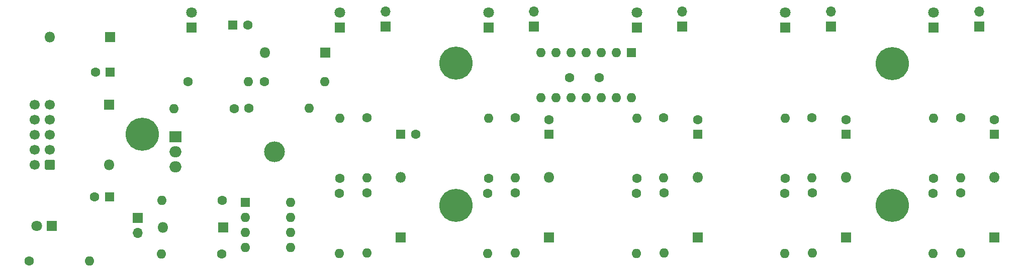
<source format=gbr>
%TF.GenerationSoftware,KiCad,Pcbnew,(5.1.7)-1*%
%TF.CreationDate,2021-12-31T12:29:52+00:00*%
%TF.ProjectId,PCB-MIDI-THRU,5043422d-4d49-4444-992d-544852552e6b,rev?*%
%TF.SameCoordinates,Original*%
%TF.FileFunction,Soldermask,Bot*%
%TF.FilePolarity,Negative*%
%FSLAX46Y46*%
G04 Gerber Fmt 4.6, Leading zero omitted, Abs format (unit mm)*
G04 Created by KiCad (PCBNEW (5.1.7)-1) date 2021-12-31 12:29:52*
%MOMM*%
%LPD*%
G01*
G04 APERTURE LIST*
%ADD10C,5.600000*%
%ADD11C,1.600000*%
%ADD12O,1.600000X1.600000*%
%ADD13R,1.600000X1.600000*%
%ADD14O,2.000000X1.905000*%
%ADD15R,2.000000X1.905000*%
%ADD16O,3.500000X3.500000*%
%ADD17O,1.700000X1.700000*%
%ADD18R,1.700000X1.700000*%
%ADD19C,1.700000*%
%ADD20C,1.800000*%
%ADD21R,1.800000X1.800000*%
%ADD22O,1.800000X1.800000*%
G04 APERTURE END LIST*
D10*
%TO.C,H4*%
X236000000Y-128590000D03*
%TD*%
%TO.C,H2*%
X162510000Y-152570000D03*
%TD*%
%TO.C,H3*%
X109720000Y-140570000D03*
%TD*%
D11*
%TO.C,C9*%
X181640000Y-131000000D03*
X186640000Y-131000000D03*
%TD*%
D10*
%TO.C,H1*%
X162510000Y-128570000D03*
%TD*%
%TO.C,H5*%
X236000000Y-152590000D03*
%TD*%
D12*
%TO.C,U2*%
X134710000Y-152080000D03*
X127090000Y-159700000D03*
X134710000Y-154620000D03*
X127090000Y-157160000D03*
X134710000Y-157160000D03*
X127090000Y-154620000D03*
X134710000Y-159700000D03*
D13*
X127090000Y-152080000D03*
%TD*%
D14*
%TO.C,U1*%
X115320000Y-146040000D03*
X115320000Y-143500000D03*
D15*
X115320000Y-140960000D03*
D16*
X131980000Y-143500000D03*
%TD*%
D12*
%TO.C,U3*%
X192080000Y-134340000D03*
X176840000Y-126720000D03*
X189540000Y-134340000D03*
X179380000Y-126720000D03*
X187000000Y-134340000D03*
X181920000Y-126720000D03*
X184460000Y-134340000D03*
X184460000Y-126720000D03*
X181920000Y-134340000D03*
X187000000Y-126720000D03*
X179380000Y-134340000D03*
X189540000Y-126720000D03*
X176840000Y-134340000D03*
D13*
X192080000Y-126720000D03*
%TD*%
D12*
%TO.C,R27*%
X247510000Y-147910000D03*
D11*
X247510000Y-137750000D03*
%TD*%
D12*
%TO.C,R26*%
X222510000Y-147910000D03*
D11*
X222510000Y-137750000D03*
%TD*%
D12*
%TO.C,R25*%
X197510000Y-147910000D03*
D11*
X197510000Y-137750000D03*
%TD*%
D12*
%TO.C,R24*%
X172510000Y-147910000D03*
D11*
X172510000Y-137750000D03*
%TD*%
D12*
%TO.C,R23*%
X147510000Y-147910000D03*
D11*
X147510000Y-137750000D03*
%TD*%
D12*
%TO.C,R22*%
X247550000Y-160650000D03*
D11*
X247550000Y-150490000D03*
%TD*%
D12*
%TO.C,R21*%
X222550000Y-160650000D03*
D11*
X222550000Y-150490000D03*
%TD*%
D12*
%TO.C,R20*%
X197550000Y-160650000D03*
D11*
X197550000Y-150490000D03*
%TD*%
D12*
%TO.C,R19*%
X172550000Y-160650000D03*
D11*
X172550000Y-150490000D03*
%TD*%
D12*
%TO.C,R18*%
X147550000Y-160650000D03*
D11*
X147550000Y-150490000D03*
%TD*%
D12*
%TO.C,R17*%
X243000000Y-137840000D03*
D11*
X243000000Y-148000000D03*
%TD*%
D12*
%TO.C,R16*%
X218000000Y-137840000D03*
D11*
X218000000Y-148000000D03*
%TD*%
D12*
%TO.C,R15*%
X193000000Y-137840000D03*
D11*
X193000000Y-148000000D03*
%TD*%
D12*
%TO.C,R14*%
X168000000Y-137840000D03*
D11*
X168000000Y-148000000D03*
%TD*%
D12*
%TO.C,R13*%
X143000000Y-137840000D03*
D11*
X143000000Y-148000000D03*
%TD*%
D12*
%TO.C,R12*%
X242890000Y-160730000D03*
D11*
X242890000Y-150570000D03*
%TD*%
D12*
%TO.C,R11*%
X217890000Y-160730000D03*
D11*
X217890000Y-150570000D03*
%TD*%
D12*
%TO.C,R10*%
X192890000Y-160730000D03*
D11*
X192890000Y-150570000D03*
%TD*%
D12*
%TO.C,R9*%
X167890000Y-160730000D03*
D11*
X167890000Y-150570000D03*
%TD*%
D12*
%TO.C,R8*%
X142890000Y-160730000D03*
D11*
X142890000Y-150570000D03*
%TD*%
D12*
%TO.C,R7*%
X115000000Y-136250000D03*
D11*
X125160000Y-136250000D03*
%TD*%
D12*
%TO.C,R6*%
X127600000Y-131670000D03*
D11*
X117440000Y-131670000D03*
%TD*%
D12*
%TO.C,R5*%
X140450000Y-131670000D03*
D11*
X130290000Y-131670000D03*
%TD*%
D12*
%TO.C,R4*%
X137840000Y-136150000D03*
D11*
X127680000Y-136150000D03*
%TD*%
D12*
%TO.C,R3*%
X100800000Y-161950000D03*
D11*
X90640000Y-161950000D03*
%TD*%
D12*
%TO.C,R2*%
X112990000Y-151750000D03*
D11*
X123150000Y-151750000D03*
%TD*%
D12*
%TO.C,R1*%
X112950000Y-160780000D03*
D11*
X123110000Y-160780000D03*
%TD*%
D17*
%TO.C,J7*%
X250660000Y-119780000D03*
D18*
X250660000Y-122320000D03*
%TD*%
D17*
%TO.C,J6*%
X225660000Y-119780000D03*
D18*
X225660000Y-122320000D03*
%TD*%
D17*
%TO.C,J5*%
X200660000Y-119780000D03*
D18*
X200660000Y-122320000D03*
%TD*%
D17*
%TO.C,J4*%
X175660000Y-119780000D03*
D18*
X175660000Y-122320000D03*
%TD*%
D17*
%TO.C,J3*%
X150660000Y-119780000D03*
D18*
X150660000Y-122320000D03*
%TD*%
D17*
%TO.C,J2*%
X108890000Y-157210000D03*
D18*
X108890000Y-154670000D03*
%TD*%
D19*
%TO.C,J1*%
X91600000Y-135570000D03*
X91600000Y-138110000D03*
X91600000Y-140650000D03*
X91600000Y-143190000D03*
X91600000Y-145730000D03*
X94140000Y-135570000D03*
X94140000Y-138110000D03*
X94140000Y-140650000D03*
X94140000Y-143190000D03*
G36*
G01*
X94990000Y-145130000D02*
X94990000Y-146330000D01*
G75*
G02*
X94740000Y-146580000I-250000J0D01*
G01*
X93540000Y-146580000D01*
G75*
G02*
X93290000Y-146330000I0J250000D01*
G01*
X93290000Y-145130000D01*
G75*
G02*
X93540000Y-144880000I250000J0D01*
G01*
X94740000Y-144880000D01*
G75*
G02*
X94990000Y-145130000I0J-250000D01*
G01*
G37*
%TD*%
D20*
%TO.C,D16*%
X243000000Y-119980000D03*
D21*
X243000000Y-122520000D03*
%TD*%
D20*
%TO.C,D15*%
X218000000Y-119980000D03*
D21*
X218000000Y-122520000D03*
%TD*%
D20*
%TO.C,D14*%
X193000000Y-119980000D03*
D21*
X193000000Y-122520000D03*
%TD*%
D20*
%TO.C,D13*%
X168000000Y-119980000D03*
D21*
X168000000Y-122520000D03*
%TD*%
D20*
%TO.C,D12*%
X143000000Y-119980000D03*
D21*
X143000000Y-122520000D03*
%TD*%
D22*
%TO.C,D11*%
X253220000Y-147860000D03*
D21*
X253220000Y-158020000D03*
%TD*%
D22*
%TO.C,D10*%
X228220000Y-147860000D03*
D21*
X228220000Y-158020000D03*
%TD*%
D22*
%TO.C,D9*%
X203220000Y-147860000D03*
D21*
X203220000Y-158020000D03*
%TD*%
D22*
%TO.C,D8*%
X178220000Y-147860000D03*
D21*
X178220000Y-158020000D03*
%TD*%
D22*
%TO.C,D7*%
X153220000Y-147860000D03*
D21*
X153220000Y-158020000D03*
%TD*%
D20*
%TO.C,D6*%
X118000000Y-119980000D03*
D21*
X118000000Y-122520000D03*
%TD*%
D22*
%TO.C,D5*%
X130330000Y-126750000D03*
D21*
X140490000Y-126750000D03*
%TD*%
D20*
%TO.C,D4*%
X91900000Y-156030000D03*
D21*
X94440000Y-156030000D03*
%TD*%
D22*
%TO.C,D3*%
X113150000Y-156330000D03*
D21*
X123310000Y-156330000D03*
%TD*%
D22*
%TO.C,D2*%
X104120000Y-145750000D03*
D21*
X104120000Y-135590000D03*
%TD*%
D22*
%TO.C,D1*%
X94120000Y-124130000D03*
D21*
X104280000Y-124130000D03*
%TD*%
D11*
%TO.C,C8*%
X253230000Y-138070000D03*
D13*
X253230000Y-140570000D03*
%TD*%
D11*
%TO.C,C7*%
X228230000Y-138070000D03*
D13*
X228230000Y-140570000D03*
%TD*%
D11*
%TO.C,C6*%
X203230000Y-138070000D03*
D13*
X203230000Y-140570000D03*
%TD*%
D11*
%TO.C,C5*%
X178230000Y-138070000D03*
D13*
X178230000Y-140570000D03*
%TD*%
D11*
%TO.C,C4*%
X155730000Y-140570000D03*
D13*
X153230000Y-140570000D03*
%TD*%
D11*
%TO.C,C3*%
X127450000Y-122120000D03*
D13*
X124950000Y-122120000D03*
%TD*%
D11*
%TO.C,C2*%
X101650000Y-151140000D03*
D13*
X104150000Y-151140000D03*
%TD*%
D11*
%TO.C,C1*%
X101780000Y-130060000D03*
D13*
X104280000Y-130060000D03*
%TD*%
M02*

</source>
